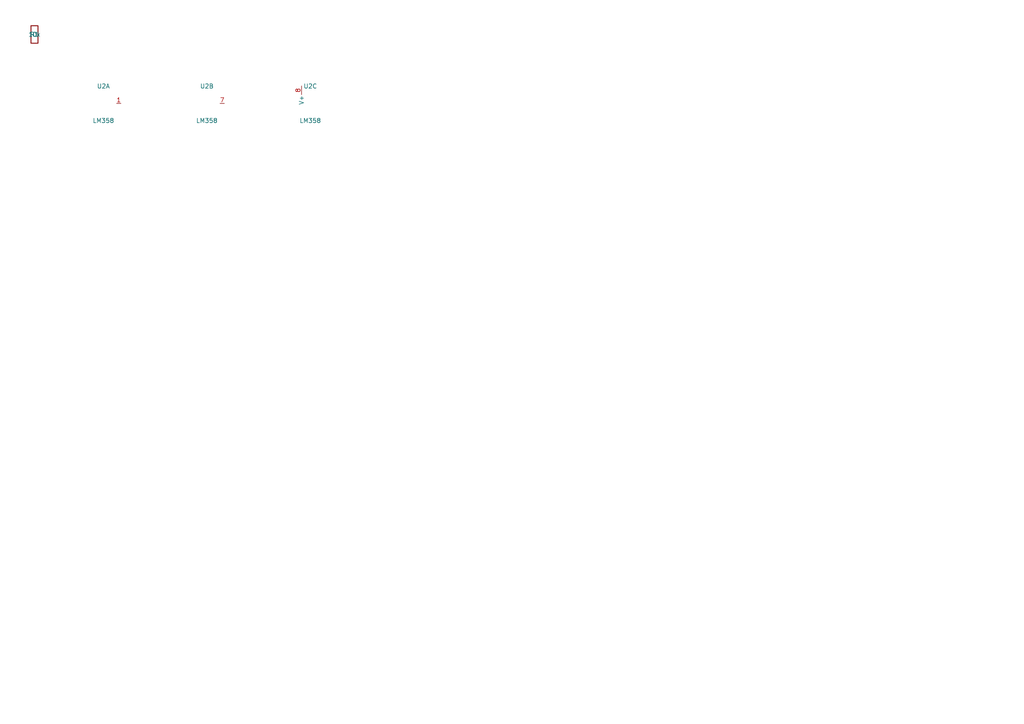
<source format=kicad_sch>
(kicad_sch (version 20211014) (generator kiutils)
  (paper "A4")
  (title_block (title "Multi-Unit Test") (rev "1.0") (date "2026-02-20"))
  (lib_symbols
    (symbol "Amplifier_OpAmp:LM358" (pin_names (offset 0.127))
      (property "Reference" "U" (at 0 5.08 0))
      (property "Value" "LM358" (at 0 -5.08 0))
      (symbol "LM358_1_1"
        (pin output line (at 5.08 0 180) (length 1.27) (name "~") (number "1"))
      )
      (symbol "LM358_2_1"
        (pin output line (at 5.08 0 180) (length 1.27) (name "~") (number "7"))
      )
      (symbol "LM358_3_1"
        (pin power_in line (at -2.54 5.08 270) (length 2.54) (name "V+") (number "8"))
      )
    )
    (symbol "Device:R" (pin_numbers hide) (pin_names (offset 0))
      (property "Reference" "R" (at 2.032 0 90))
      (property "Value" "R" (at 0 0 90))
      (symbol "R_0_1"
        (rectangle (start -1.016 -2.54) (end 1.016 2.54) (stroke (width 0.254)))
      )
    )
  )
  (symbol (lib_id "Amplifier_OpAmp:LM358") (at 30 30 0) (unit 1)
    (property "Reference" "U2" (at 30 25 0))
    (property "Value" "LM358" (at 30 35 0))
    (property "Footprint" "Package_SO:SOIC-8_3.9x4.9mm_P1.27mm" (effects hide))
    (property "Datasheet" "https://example.com/datasheet/lm358" (effects hide))
  )
  (symbol (lib_id "Amplifier_OpAmp:LM358") (at 60 30 0) (unit 2)
    (property "Reference" "U2" (at 60 25 0))
    (property "Value" "LM358" (at 60 35 0))
    (property "Footprint" "Package_SO:SOIC-8_3.9x4.9mm_P1.27mm" (effects hide))
    (property "Datasheet" "https://example.com/datasheet/lm358" (effects hide))
  )
  (symbol (lib_id "Amplifier_OpAmp:LM358") (at 90 30 0) (unit 3)
    (property "Reference" "U2" (at 90 25 0))
    (property "Value" "LM358" (at 90 35 0))
    (property "Footprint" "Package_SO:SOIC-8_3.9x4.9mm_P1.27mm" (effects hide))
    (property "Datasheet" "https://example.com/datasheet/lm358" (effects hide))
  )
  (symbol (lib_id "Device:R") (at 10 10 0) (unit 1)
    (property "Reference" "R1" (at 10 10 0))
    (property "Value" "10k" (at 10 10 0))
    (property "Footprint" "Resistor_SMD:R_0402_1005Metric" (effects hide))
  )
)
</source>
